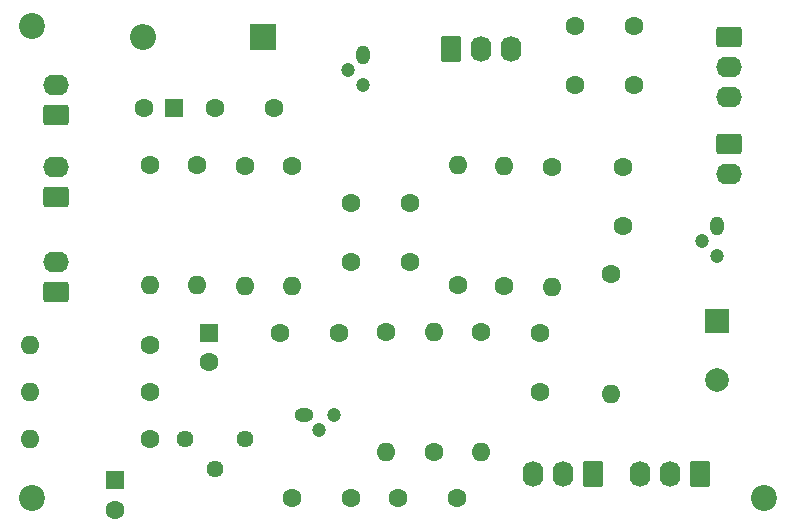
<source format=gbr>
%TF.GenerationSoftware,KiCad,Pcbnew,9.0.0*%
%TF.CreationDate,2025-05-08T12:22:07+01:00*%
%TF.ProjectId,BoxOfGilmour,426f784f-6647-4696-9c6d-6f75722e6b69,rev?*%
%TF.SameCoordinates,Original*%
%TF.FileFunction,Soldermask,Top*%
%TF.FilePolarity,Negative*%
%FSLAX46Y46*%
G04 Gerber Fmt 4.6, Leading zero omitted, Abs format (unit mm)*
G04 Created by KiCad (PCBNEW 9.0.0) date 2025-05-08 12:22:07*
%MOMM*%
%LPD*%
G01*
G04 APERTURE LIST*
G04 Aperture macros list*
%AMRoundRect*
0 Rectangle with rounded corners*
0 $1 Rounding radius*
0 $2 $3 $4 $5 $6 $7 $8 $9 X,Y pos of 4 corners*
0 Add a 4 corners polygon primitive as box body*
4,1,4,$2,$3,$4,$5,$6,$7,$8,$9,$2,$3,0*
0 Add four circle primitives for the rounded corners*
1,1,$1+$1,$2,$3*
1,1,$1+$1,$4,$5*
1,1,$1+$1,$6,$7*
1,1,$1+$1,$8,$9*
0 Add four rect primitives between the rounded corners*
20,1,$1+$1,$2,$3,$4,$5,0*
20,1,$1+$1,$4,$5,$6,$7,0*
20,1,$1+$1,$6,$7,$8,$9,0*
20,1,$1+$1,$8,$9,$2,$3,0*%
G04 Aperture macros list end*
%ADD10C,1.600000*%
%ADD11O,1.600000X1.600000*%
%ADD12R,2.000000X2.000000*%
%ADD13C,2.000000*%
%ADD14RoundRect,0.250000X-0.845000X0.620000X-0.845000X-0.620000X0.845000X-0.620000X0.845000X0.620000X0*%
%ADD15O,2.190000X1.740000*%
%ADD16RoundRect,0.250000X0.845000X-0.620000X0.845000X0.620000X-0.845000X0.620000X-0.845000X-0.620000X0*%
%ADD17R,1.600000X1.600000*%
%ADD18O,1.600000X1.200000*%
%ADD19C,1.200000*%
%ADD20R,2.200000X2.200000*%
%ADD21O,2.200000X2.200000*%
%ADD22RoundRect,0.250000X-0.620000X-0.845000X0.620000X-0.845000X0.620000X0.845000X-0.620000X0.845000X0*%
%ADD23O,1.740000X2.190000*%
%ADD24RoundRect,0.250000X0.620000X0.845000X-0.620000X0.845000X-0.620000X-0.845000X0.620000X-0.845000X0*%
%ADD25C,1.440000*%
%ADD26C,2.200000*%
%ADD27O,1.200000X1.600000*%
G04 APERTURE END LIST*
D10*
%TO.C,C7*%
X128000000Y-72000000D03*
X128000000Y-67000000D03*
%TD*%
%TO.C,R6*%
X126000000Y-77920000D03*
D11*
X126000000Y-88080000D03*
%TD*%
D10*
%TO.C,R14*%
X106000000Y-63840000D03*
D11*
X106000000Y-74000000D03*
%TD*%
D12*
%TO.C,C10*%
X154000000Y-77000000D03*
D13*
X154000000Y-82000000D03*
%TD*%
D10*
%TO.C,R4*%
X118000000Y-63920000D03*
D11*
X118000000Y-74080000D03*
%TD*%
D14*
%TO.C,J4*%
X155000000Y-53000000D03*
D15*
X155000000Y-55540000D03*
X155000000Y-58080000D03*
%TD*%
D16*
%TO.C,J6*%
X98000000Y-74540000D03*
D15*
X98000000Y-72000000D03*
%TD*%
D17*
%TO.C,C1*%
X111000000Y-78000000D03*
D10*
X111000000Y-80500000D03*
%TD*%
D18*
%TO.C,Q1*%
X119000000Y-85000000D03*
D19*
X120270000Y-86270000D03*
X121540000Y-85000000D03*
%TD*%
D10*
%TO.C,C4*%
X123000000Y-72000000D03*
X123000000Y-67000000D03*
%TD*%
D20*
%TO.C,D2*%
X115580000Y-53000000D03*
D21*
X105420000Y-53000000D03*
%TD*%
D10*
%TO.C,C11*%
X146000000Y-69000000D03*
X146000000Y-64000000D03*
%TD*%
D22*
%TO.C,J2*%
X131460000Y-54020000D03*
D23*
X134000000Y-54020000D03*
X136540000Y-54020000D03*
%TD*%
D24*
%TO.C,J3*%
X152540000Y-89980000D03*
D23*
X150000000Y-89980000D03*
X147460000Y-89980000D03*
%TD*%
D10*
%TO.C,C13*%
X147000000Y-57000000D03*
X147000000Y-52000000D03*
%TD*%
D24*
%TO.C,J1*%
X143540000Y-89980000D03*
D23*
X141000000Y-89980000D03*
X138460000Y-89980000D03*
%TD*%
D10*
%TO.C,R12*%
X134000000Y-77920000D03*
D11*
X134000000Y-88080000D03*
%TD*%
D17*
%TO.C,C3*%
X103000000Y-90500000D03*
D10*
X103000000Y-93000000D03*
%TD*%
%TO.C,R13*%
X110000000Y-63840000D03*
D11*
X110000000Y-74000000D03*
%TD*%
D17*
%TO.C,C14*%
X108000000Y-59000000D03*
D10*
X105500000Y-59000000D03*
%TD*%
%TO.C,C12*%
X142000000Y-52000000D03*
X142000000Y-57000000D03*
%TD*%
D25*
%TO.C,TR1(PGAIN)1*%
X108920000Y-87000000D03*
X111460000Y-89540000D03*
X114000000Y-87000000D03*
%TD*%
D10*
%TO.C,R10*%
X140000000Y-64000000D03*
D11*
X140000000Y-74160000D03*
%TD*%
D16*
%TO.C,J10*%
X98000000Y-59540000D03*
D15*
X98000000Y-57000000D03*
%TD*%
D26*
%TO.C,REF\u002A\u002A*%
X158000000Y-92000000D03*
%TD*%
D14*
%TO.C,J7*%
X155000000Y-62000000D03*
D15*
X155000000Y-64540000D03*
%TD*%
D27*
%TO.C,Q3*%
X154000000Y-69000000D03*
D19*
X152730000Y-70270000D03*
X154000000Y-71540000D03*
%TD*%
D10*
%TO.C,C5*%
X118000000Y-92000000D03*
X123000000Y-92000000D03*
%TD*%
%TO.C,C2*%
X117000000Y-78000000D03*
X122000000Y-78000000D03*
%TD*%
%TO.C,C6*%
X127000000Y-92000000D03*
X132000000Y-92000000D03*
%TD*%
%TO.C,R9*%
X136000000Y-74080000D03*
D11*
X136000000Y-63920000D03*
%TD*%
D26*
%TO.C,REF\u002A\u002A*%
X96000000Y-92000000D03*
%TD*%
D10*
%TO.C,R2*%
X114000000Y-63920000D03*
D11*
X114000000Y-74080000D03*
%TD*%
D10*
%TO.C,R8*%
X132080000Y-74000000D03*
D11*
X132080000Y-63840000D03*
%TD*%
D10*
%TO.C,C8*%
X111500000Y-59000000D03*
X116500000Y-59000000D03*
%TD*%
%TO.C,R5*%
X106000000Y-83000000D03*
D11*
X95840000Y-83000000D03*
%TD*%
D26*
%TO.C,REF\u002A\u002A*%
X96000000Y-52000000D03*
%TD*%
D10*
%TO.C,C9*%
X139000000Y-78000000D03*
X139000000Y-83000000D03*
%TD*%
D27*
%TO.C,Q2*%
X124000000Y-54460000D03*
D19*
X122730000Y-55730000D03*
X124000000Y-57000000D03*
%TD*%
D16*
%TO.C,J5*%
X98000000Y-66540000D03*
D15*
X98000000Y-64000000D03*
%TD*%
D10*
%TO.C,R11*%
X145000000Y-73000000D03*
D11*
X145000000Y-83160000D03*
%TD*%
D10*
%TO.C,R3*%
X106000000Y-87000000D03*
D11*
X95840000Y-87000000D03*
%TD*%
D10*
%TO.C,R7*%
X130000000Y-88080000D03*
D11*
X130000000Y-77920000D03*
%TD*%
D10*
%TO.C,R1*%
X106000000Y-79000000D03*
D11*
X95840000Y-79000000D03*
%TD*%
M02*

</source>
